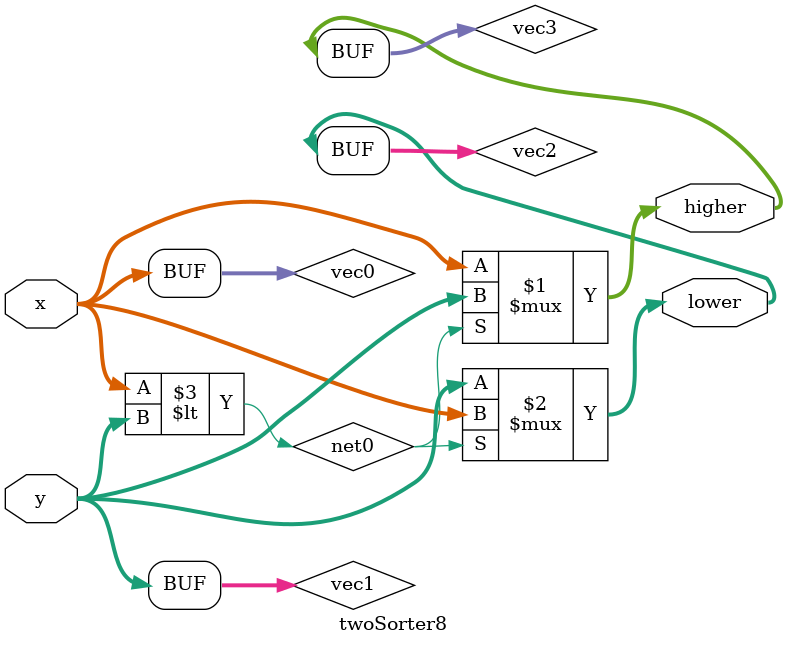
<source format=sv>
module twoSorter8(
  input  logic [7:0] x,
  input  logic [7:0] y,
  output logic [7:0] lower,
  output logic [7:0] higher);
  logic net0;

  logic [7:0] vec0;
  logic [7:0] vec1;
  logic [7:0] vec2;
  logic [7:0] vec3;
  assign higher = vec3;
  assign lower = vec2;
  assign vec3 = net0 ? vec1 : vec0;
  assign vec2 = net0 ? vec0 : vec1;
  assign net0 = vec0 < vec1;
  assign vec1 = y;
  assign vec0 = x;
endmodule: twoSorter8
</source>
